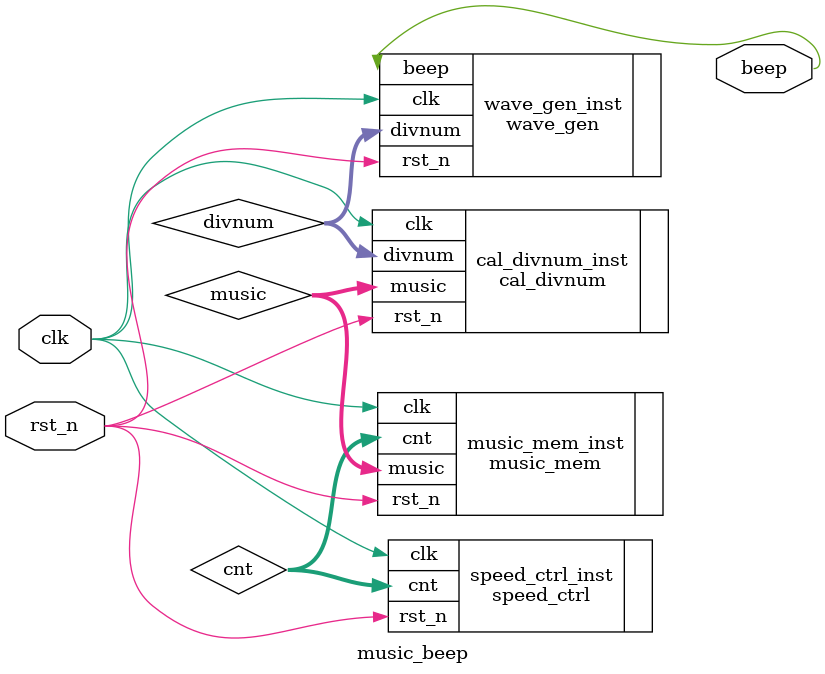
<source format=v>
module music_beep (

  input   wire              clk,
  input   wire              rst_n,
  
  output  wire              beep
);

  wire          [5:0]       cnt;
  wire          [4:0]       music;
  wire          [31:0]      divnum;
  
  speed_ctrl speed_ctrl_inst(

      .clk                  (clk),
      .rst_n                (rst_n),
      
      .cnt                  (cnt)
    );
    
  music_mem music_mem_inst(

      .clk                  (clk),
      .rst_n                (rst_n),
      
      .cnt                  (cnt),
      
      .music                (music)
    );
    
  cal_divnum cal_divnum_inst(
  
      .clk                  (clk),
      .rst_n                (rst_n),
      
      .music                (music),
      
      .divnum               (divnum)
    );

  wave_gen wave_gen_inst(

      .clk                  (clk),
      .rst_n                (rst_n),
      
      .divnum               (divnum),
      
      .beep                 (beep)
    );
    
endmodule
</source>
